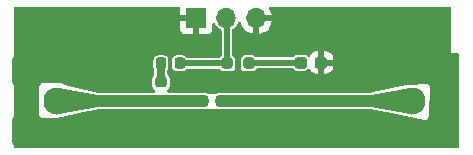
<source format=gbr>
%TF.GenerationSoftware,KiCad,Pcbnew,8.0.2*%
%TF.CreationDate,2025-01-04T01:45:43+01:00*%
%TF.ProjectId,biastee1,62696173-7465-4653-912e-6b696361645f,rev?*%
%TF.SameCoordinates,Original*%
%TF.FileFunction,Copper,L1,Top*%
%TF.FilePolarity,Positive*%
%FSLAX46Y46*%
G04 Gerber Fmt 4.6, Leading zero omitted, Abs format (unit mm)*
G04 Created by KiCad (PCBNEW 8.0.2) date 2025-01-04 01:45:43*
%MOMM*%
%LPD*%
G01*
G04 APERTURE LIST*
G04 Aperture macros list*
%AMRoundRect*
0 Rectangle with rounded corners*
0 $1 Rounding radius*
0 $2 $3 $4 $5 $6 $7 $8 $9 X,Y pos of 4 corners*
0 Add a 4 corners polygon primitive as box body*
4,1,4,$2,$3,$4,$5,$6,$7,$8,$9,$2,$3,0*
0 Add four circle primitives for the rounded corners*
1,1,$1+$1,$2,$3*
1,1,$1+$1,$4,$5*
1,1,$1+$1,$6,$7*
1,1,$1+$1,$8,$9*
0 Add four rect primitives between the rounded corners*
20,1,$1+$1,$2,$3,$4,$5,0*
20,1,$1+$1,$4,$5,$6,$7,0*
20,1,$1+$1,$6,$7,$8,$9,0*
20,1,$1+$1,$8,$9,$2,$3,0*%
G04 Aperture macros list end*
%TA.AperFunction,SMDPad,CuDef*%
%ADD10RoundRect,0.218750X0.218750X0.256250X-0.218750X0.256250X-0.218750X-0.256250X0.218750X-0.256250X0*%
%TD*%
%TA.AperFunction,SMDPad,CuDef*%
%ADD11RoundRect,0.218750X-0.256250X0.218750X-0.256250X-0.218750X0.256250X-0.218750X0.256250X0.218750X0*%
%TD*%
%TA.AperFunction,ComponentPad*%
%ADD12C,2.300000*%
%TD*%
%TA.AperFunction,ComponentPad*%
%ADD13RoundRect,0.250000X-1.000000X1.000000X-1.000000X-1.000000X1.000000X-1.000000X1.000000X1.000000X0*%
%TD*%
%TA.AperFunction,SMDPad,CuDef*%
%ADD14RoundRect,0.237500X0.250000X0.237500X-0.250000X0.237500X-0.250000X-0.237500X0.250000X-0.237500X0*%
%TD*%
%TA.AperFunction,ComponentPad*%
%ADD15RoundRect,0.250000X1.000000X-1.000000X1.000000X1.000000X-1.000000X1.000000X-1.000000X-1.000000X0*%
%TD*%
%TA.AperFunction,ComponentPad*%
%ADD16R,1.700000X1.700000*%
%TD*%
%TA.AperFunction,ComponentPad*%
%ADD17O,1.700000X1.700000*%
%TD*%
%TA.AperFunction,SMDPad,CuDef*%
%ADD18RoundRect,0.237500X0.287500X0.237500X-0.287500X0.237500X-0.287500X-0.237500X0.287500X-0.237500X0*%
%TD*%
%TA.AperFunction,SMDPad,CuDef*%
%ADD19RoundRect,0.225000X0.225000X0.250000X-0.225000X0.250000X-0.225000X-0.250000X0.225000X-0.250000X0*%
%TD*%
%TA.AperFunction,ViaPad*%
%ADD20C,0.600000*%
%TD*%
%TA.AperFunction,Conductor*%
%ADD21C,1.000000*%
%TD*%
%TA.AperFunction,Conductor*%
%ADD22C,0.700000*%
%TD*%
%TA.AperFunction,Conductor*%
%ADD23C,0.500000*%
%TD*%
%TA.AperFunction,Conductor*%
%ADD24C,0.200000*%
%TD*%
G04 APERTURE END LIST*
D10*
%TO.P,L2,1,1*%
%TO.N,Net-(J1-Pin_2)*%
X174997500Y-102800000D03*
%TO.P,L2,2,2*%
%TO.N,Net-(L1-Pad1)*%
X173422500Y-102800000D03*
%TD*%
D11*
%TO.P,L1,1,1*%
%TO.N,Net-(L1-Pad1)*%
X173430000Y-104412500D03*
%TO.P,L1,2,2*%
%TO.N,Net-(J2_rfdc1-In)*%
X173430000Y-105987500D03*
%TD*%
D12*
%TO.P,J1_rf1,1,In*%
%TO.N,Net-(J1_rf1-In)*%
X194650000Y-106000000D03*
D13*
%TO.P,J1_rf1,2,Ext*%
%TO.N,GND*%
X197190000Y-103460000D03*
X192110000Y-103460000D03*
X197190000Y-108540000D03*
X192110000Y-108540000D03*
%TD*%
D14*
%TO.P,R1,1*%
%TO.N,Net-(D1-A)*%
X180862500Y-102800000D03*
%TO.P,R1,2*%
%TO.N,Net-(J1-Pin_2)*%
X179037500Y-102800000D03*
%TD*%
D12*
%TO.P,J2_rfdc1,1,In*%
%TO.N,Net-(J2_rfdc1-In)*%
X164650000Y-106000000D03*
D15*
%TO.P,J2_rfdc1,2,Ext*%
%TO.N,GND*%
X162110000Y-108540000D03*
X167190000Y-108540000D03*
X162110000Y-103460000D03*
X167190000Y-103460000D03*
%TD*%
D16*
%TO.P,J1,1,Pin_1*%
%TO.N,GND*%
X176420000Y-99000000D03*
D17*
%TO.P,J1,2,Pin_2*%
%TO.N,Net-(J1-Pin_2)*%
X178960000Y-99000000D03*
%TO.P,J1,3,Pin_3*%
%TO.N,GND*%
X181500000Y-99000000D03*
%TD*%
D18*
%TO.P,LED,1,K*%
%TO.N,GND*%
X187000000Y-102750000D03*
%TO.P,LED,2,A*%
%TO.N,Net-(D1-A)*%
X185250000Y-102750000D03*
%TD*%
D19*
%TO.P,C1,1*%
%TO.N,Net-(J1_rf1-In)*%
X178500000Y-106000000D03*
%TO.P,C1,2*%
%TO.N,Net-(J2_rfdc1-In)*%
X176950000Y-106000000D03*
%TD*%
D20*
%TO.N,GND*%
X184900000Y-98500000D03*
X183800000Y-104900000D03*
X175600000Y-107100000D03*
X187000000Y-104900000D03*
X172600000Y-98400000D03*
X193300000Y-98500000D03*
X186800000Y-107100000D03*
X187700000Y-98500000D03*
X178800000Y-107100000D03*
X190000000Y-104900000D03*
X170800000Y-107100000D03*
X197500000Y-101300000D03*
X180400000Y-107100000D03*
X188400000Y-107100000D03*
X172400000Y-107100000D03*
X174000000Y-109600000D03*
X164630000Y-103460000D03*
X183500000Y-98500000D03*
X174600000Y-104900000D03*
X170800000Y-104900000D03*
X188400000Y-109600000D03*
X180400000Y-109600000D03*
X169400000Y-109600000D03*
X172400000Y-109600000D03*
X182200000Y-104900000D03*
X196100000Y-98500000D03*
X171200000Y-98400000D03*
X168400000Y-98400000D03*
X176000000Y-104900000D03*
X161400000Y-98400000D03*
X177500000Y-104900000D03*
X161400000Y-99800000D03*
X169800000Y-98400000D03*
X178800000Y-109600000D03*
X186800000Y-109600000D03*
X185200000Y-107100000D03*
X175600000Y-109600000D03*
X174000000Y-98400000D03*
X190000000Y-109600000D03*
X197500000Y-98500000D03*
X189100000Y-98500000D03*
X169400000Y-104900000D03*
X190500000Y-98500000D03*
X161400000Y-101200000D03*
X188600000Y-104900000D03*
X174000000Y-107100000D03*
X179000000Y-104900000D03*
X177200000Y-107100000D03*
X194700000Y-98500000D03*
X170800000Y-109600000D03*
X172300000Y-104900000D03*
X180600000Y-104900000D03*
X169400000Y-107100000D03*
X182000000Y-109600000D03*
X197500000Y-99900000D03*
X164600000Y-108540000D03*
X183600000Y-107100000D03*
X177200000Y-109600000D03*
X167000000Y-98400000D03*
X185400000Y-104900000D03*
X186300000Y-98500000D03*
X185200000Y-109600000D03*
X190000000Y-107100000D03*
X191900000Y-98500000D03*
X164200000Y-98400000D03*
X165600000Y-98400000D03*
X182000000Y-107100000D03*
X162800000Y-98400000D03*
X162110000Y-106000000D03*
X183600000Y-109600000D03*
%TD*%
D21*
%TO.N,Net-(J1_rf1-In)*%
X178500000Y-106000000D02*
X194650000Y-106000000D01*
%TO.N,Net-(J2_rfdc1-In)*%
X173430000Y-105987500D02*
X176937500Y-105987500D01*
X164650000Y-106000000D02*
X173417500Y-106000000D01*
X176937500Y-105987500D02*
X176950000Y-106000000D01*
X173417500Y-106000000D02*
X173430000Y-105987500D01*
%TO.N,GND*%
X162110000Y-108540000D02*
X167190000Y-108540000D01*
X162110000Y-103460000D02*
X167190000Y-103460000D01*
X162110000Y-103460000D02*
X162110000Y-108540000D01*
D22*
%TO.N,Net-(L1-Pad1)*%
X173422500Y-104392500D02*
X173430000Y-104400000D01*
X173422500Y-102800000D02*
X173422500Y-104392500D01*
D23*
%TO.N,Net-(J1-Pin_2)*%
X179000000Y-102500000D02*
X178700000Y-102800000D01*
X179000000Y-99040000D02*
X178960000Y-99000000D01*
D24*
X178960000Y-102460000D02*
X179000000Y-102500000D01*
D23*
X178700000Y-102800000D02*
X174997500Y-102800000D01*
X179000000Y-102500000D02*
X179000000Y-99040000D01*
%TO.N,Net-(D1-A)*%
X181075000Y-102750000D02*
X185000000Y-102750000D01*
%TD*%
%TA.AperFunction,Conductor*%
%TO.N,GND*%
G36*
X169199973Y-105299500D02*
G01*
X168160904Y-105299500D01*
X168134760Y-105296713D01*
X165609394Y-104752026D01*
X165591025Y-104746548D01*
X164950000Y-104500000D01*
X163100000Y-104500000D01*
X163100000Y-107450000D01*
X164649998Y-107450000D01*
X164650000Y-107450000D01*
X167245034Y-106856849D01*
X167251423Y-106855566D01*
X167840748Y-106753472D01*
X168130065Y-106703352D01*
X168130115Y-106703643D01*
X168155301Y-106700500D01*
X173486495Y-106700500D01*
X173537355Y-106690383D01*
X173561547Y-106688000D01*
X176805953Y-106688000D01*
X176830145Y-106690383D01*
X176881004Y-106700500D01*
X176881006Y-106700500D01*
X177018996Y-106700500D01*
X177097506Y-106684882D01*
X177132697Y-106677882D01*
X177156888Y-106675500D01*
X177208493Y-106675500D01*
X177279658Y-106664227D01*
X177308126Y-106659719D01*
X177308129Y-106659717D01*
X177317410Y-106656703D01*
X177318252Y-106659297D01*
X177356971Y-106650000D01*
X178093029Y-106650000D01*
X178131747Y-106659297D01*
X178132590Y-106656703D01*
X178141872Y-106659718D01*
X178141874Y-106659719D01*
X178158480Y-106662349D01*
X178241507Y-106675500D01*
X178241512Y-106675500D01*
X178293113Y-106675500D01*
X178317303Y-106677882D01*
X178343463Y-106683086D01*
X178431004Y-106700500D01*
X178431007Y-106700500D01*
X191144548Y-106700500D01*
X191168514Y-106703751D01*
X191168623Y-106703124D01*
X191174623Y-106704163D01*
X191174625Y-106704164D01*
X192450598Y-106925212D01*
X192455055Y-106926069D01*
X192950931Y-107030966D01*
X193749813Y-107199961D01*
X193749986Y-107199997D01*
X193750000Y-107200000D01*
X196150000Y-107700000D01*
X196192647Y-104288235D01*
X196150000Y-101900000D01*
X198000000Y-101937000D01*
X198527980Y-101947559D01*
X198594612Y-101968580D01*
X198639302Y-102022288D01*
X198649500Y-102071534D01*
X198649500Y-109875500D01*
X198629815Y-109942539D01*
X198577011Y-109988294D01*
X198525500Y-109999500D01*
X161124000Y-109999500D01*
X161056961Y-109979815D01*
X161011206Y-109927011D01*
X161000000Y-109875500D01*
X161000000Y-101600000D01*
X169000000Y-101600000D01*
X169199973Y-105299500D01*
G37*
%TD.AperFunction*%
%TD*%
%TA.AperFunction,Conductor*%
%TO.N,GND*%
G36*
X175013039Y-98020185D02*
G01*
X175058794Y-98072989D01*
X175070000Y-98124500D01*
X175070000Y-98750000D01*
X175986988Y-98750000D01*
X175954075Y-98807007D01*
X175920000Y-98934174D01*
X175920000Y-99065826D01*
X175954075Y-99192993D01*
X175986988Y-99250000D01*
X175070000Y-99250000D01*
X175070000Y-99897844D01*
X175076401Y-99957372D01*
X175076403Y-99957379D01*
X175126645Y-100092086D01*
X175126649Y-100092093D01*
X175212809Y-100207187D01*
X175212812Y-100207190D01*
X175327906Y-100293350D01*
X175327913Y-100293354D01*
X175462620Y-100343596D01*
X175462627Y-100343598D01*
X175522155Y-100349999D01*
X175522172Y-100350000D01*
X176170000Y-100350000D01*
X176170000Y-99433012D01*
X176227007Y-99465925D01*
X176354174Y-99500000D01*
X176485826Y-99500000D01*
X176612993Y-99465925D01*
X176670000Y-99433012D01*
X176670000Y-100350000D01*
X177317828Y-100350000D01*
X177317844Y-100349999D01*
X177377372Y-100343598D01*
X177377379Y-100343596D01*
X177512086Y-100293354D01*
X177512093Y-100293350D01*
X177627187Y-100207190D01*
X177627190Y-100207187D01*
X177713350Y-100092093D01*
X177713354Y-100092086D01*
X177763596Y-99957379D01*
X177763598Y-99957372D01*
X177769999Y-99897844D01*
X177770000Y-99897827D01*
X177770000Y-99497186D01*
X177789685Y-99430147D01*
X177842489Y-99384392D01*
X177911647Y-99374448D01*
X177975203Y-99403473D01*
X178003356Y-99438729D01*
X178082315Y-99586450D01*
X178082317Y-99586452D01*
X178213589Y-99746410D01*
X178310209Y-99825702D01*
X178373550Y-99877685D01*
X178483955Y-99936698D01*
X178533798Y-99985659D01*
X178549500Y-100046055D01*
X178549500Y-102131183D01*
X178529815Y-102198222D01*
X178499135Y-102230951D01*
X178474499Y-102249134D01*
X178474289Y-102249289D01*
X178437502Y-102299134D01*
X178381854Y-102341385D01*
X178337732Y-102349500D01*
X175662981Y-102349500D01*
X175595942Y-102329815D01*
X175562660Y-102298381D01*
X175559656Y-102294246D01*
X175465756Y-102200346D01*
X175465753Y-102200344D01*
X175465751Y-102200342D01*
X175347420Y-102140049D01*
X175347419Y-102140048D01*
X175347416Y-102140047D01*
X175347417Y-102140047D01*
X175249251Y-102124500D01*
X175249246Y-102124500D01*
X174745754Y-102124500D01*
X174745749Y-102124500D01*
X174647582Y-102140047D01*
X174568692Y-102180244D01*
X174529249Y-102200342D01*
X174529248Y-102200343D01*
X174529243Y-102200346D01*
X174435346Y-102294243D01*
X174435343Y-102294248D01*
X174435342Y-102294249D01*
X174429597Y-102305525D01*
X174375047Y-102412582D01*
X174359500Y-102510748D01*
X174359500Y-103089251D01*
X174375047Y-103187417D01*
X174385849Y-103208616D01*
X174435342Y-103305751D01*
X174435344Y-103305753D01*
X174435346Y-103305756D01*
X174529243Y-103399653D01*
X174529245Y-103399654D01*
X174529249Y-103399658D01*
X174647580Y-103459951D01*
X174647581Y-103459951D01*
X174647583Y-103459952D01*
X174647582Y-103459952D01*
X174745749Y-103475500D01*
X174745754Y-103475500D01*
X175249251Y-103475500D01*
X175347417Y-103459952D01*
X175347418Y-103459951D01*
X175347420Y-103459951D01*
X175465751Y-103399658D01*
X175559658Y-103305751D01*
X175559659Y-103305748D01*
X175562660Y-103301619D01*
X175617988Y-103258951D01*
X175662981Y-103250500D01*
X178337732Y-103250500D01*
X178404771Y-103270185D01*
X178437502Y-103300866D01*
X178441107Y-103305751D01*
X178474288Y-103350710D01*
X178474290Y-103350712D01*
X178580523Y-103429115D01*
X178580524Y-103429115D01*
X178580525Y-103429116D01*
X178705151Y-103472725D01*
X178705150Y-103472725D01*
X178734740Y-103475500D01*
X178734744Y-103475500D01*
X179340260Y-103475500D01*
X179369849Y-103472725D01*
X179494475Y-103429116D01*
X179600711Y-103350711D01*
X179679116Y-103244475D01*
X179722725Y-103119849D01*
X179725500Y-103090256D01*
X179725500Y-102509744D01*
X179725500Y-102509739D01*
X180174500Y-102509739D01*
X180174500Y-103090260D01*
X180177274Y-103119849D01*
X180220884Y-103244476D01*
X180299288Y-103350710D01*
X180299289Y-103350711D01*
X180405523Y-103429115D01*
X180405524Y-103429115D01*
X180405525Y-103429116D01*
X180530151Y-103472725D01*
X180530150Y-103472725D01*
X180559740Y-103475500D01*
X180559744Y-103475500D01*
X181165260Y-103475500D01*
X181194849Y-103472725D01*
X181319475Y-103429116D01*
X181425711Y-103350711D01*
X181470864Y-103289529D01*
X181499399Y-103250867D01*
X181555046Y-103208616D01*
X181599169Y-103200500D01*
X184512732Y-103200500D01*
X184579771Y-103220185D01*
X184612502Y-103250866D01*
X184649290Y-103300712D01*
X184755523Y-103379115D01*
X184755524Y-103379115D01*
X184755525Y-103379116D01*
X184880151Y-103422725D01*
X184880150Y-103422725D01*
X184909740Y-103425500D01*
X184909744Y-103425500D01*
X185590260Y-103425500D01*
X185619849Y-103422725D01*
X185744475Y-103379116D01*
X185850711Y-103300711D01*
X185850716Y-103300703D01*
X185856385Y-103295035D01*
X185917707Y-103261548D01*
X185987399Y-103266529D01*
X186043334Y-103308399D01*
X186049608Y-103317615D01*
X186130054Y-103448037D01*
X186251961Y-103569944D01*
X186251965Y-103569947D01*
X186398688Y-103660448D01*
X186398699Y-103660453D01*
X186562347Y-103714680D01*
X186663351Y-103724999D01*
X187250000Y-103724999D01*
X187336640Y-103724999D01*
X187336654Y-103724998D01*
X187437652Y-103714680D01*
X187601300Y-103660453D01*
X187601311Y-103660448D01*
X187748034Y-103569947D01*
X187748038Y-103569944D01*
X187869944Y-103448038D01*
X187869947Y-103448034D01*
X187960448Y-103301311D01*
X187960453Y-103301300D01*
X188014680Y-103137652D01*
X188024999Y-103036654D01*
X188025000Y-103036641D01*
X188025000Y-103000000D01*
X187250000Y-103000000D01*
X187250000Y-103724999D01*
X186663351Y-103724999D01*
X186750000Y-103724998D01*
X186750000Y-102500000D01*
X187250000Y-102500000D01*
X188024999Y-102500000D01*
X188024999Y-102463360D01*
X188024998Y-102463345D01*
X188014680Y-102362347D01*
X187960453Y-102198699D01*
X187960448Y-102198688D01*
X187869947Y-102051965D01*
X187869944Y-102051961D01*
X187748038Y-101930055D01*
X187748034Y-101930052D01*
X187601311Y-101839551D01*
X187601300Y-101839546D01*
X187437652Y-101785319D01*
X187336654Y-101775000D01*
X187250000Y-101775000D01*
X187250000Y-102500000D01*
X186750000Y-102500000D01*
X186750000Y-101775000D01*
X186749999Y-101774999D01*
X186663360Y-101775000D01*
X186663343Y-101775001D01*
X186562347Y-101785319D01*
X186398699Y-101839546D01*
X186398688Y-101839551D01*
X186251965Y-101930052D01*
X186251961Y-101930055D01*
X186130054Y-102051962D01*
X186049608Y-102182384D01*
X185997660Y-102229108D01*
X185928697Y-102240329D01*
X185864615Y-102212485D01*
X185856389Y-102204967D01*
X185850710Y-102199288D01*
X185744476Y-102120884D01*
X185619848Y-102077274D01*
X185619849Y-102077274D01*
X185590260Y-102074500D01*
X185590256Y-102074500D01*
X184909744Y-102074500D01*
X184909740Y-102074500D01*
X184880150Y-102077274D01*
X184755523Y-102120884D01*
X184649290Y-102199287D01*
X184612502Y-102249134D01*
X184556854Y-102291385D01*
X184512732Y-102299500D01*
X181525366Y-102299500D01*
X181458327Y-102279815D01*
X181432519Y-102255622D01*
X181432282Y-102255860D01*
X181425710Y-102249288D01*
X181319476Y-102170884D01*
X181194848Y-102127274D01*
X181194849Y-102127274D01*
X181165260Y-102124500D01*
X181165256Y-102124500D01*
X180559744Y-102124500D01*
X180559740Y-102124500D01*
X180530150Y-102127274D01*
X180405523Y-102170884D01*
X180299289Y-102249288D01*
X180299288Y-102249289D01*
X180220884Y-102355523D01*
X180177274Y-102480150D01*
X180174500Y-102509739D01*
X179725500Y-102509739D01*
X179724586Y-102500000D01*
X179722725Y-102480150D01*
X179679115Y-102355523D01*
X179600712Y-102249290D01*
X179600709Y-102249288D01*
X179550843Y-102212485D01*
X179500866Y-102175600D01*
X179458615Y-102119952D01*
X179450500Y-102075830D01*
X179450500Y-100003293D01*
X179470185Y-99936254D01*
X179516047Y-99893935D01*
X179546450Y-99877685D01*
X179706410Y-99746410D01*
X179837685Y-99586450D01*
X179935232Y-99403954D01*
X179955406Y-99337446D01*
X179993702Y-99279010D01*
X180057514Y-99250553D01*
X180126581Y-99261112D01*
X180178975Y-99307336D01*
X180193841Y-99341349D01*
X180226567Y-99463486D01*
X180226570Y-99463492D01*
X180326399Y-99677578D01*
X180461894Y-99871082D01*
X180628917Y-100038105D01*
X180822421Y-100173600D01*
X181036507Y-100273429D01*
X181036516Y-100273433D01*
X181250000Y-100330634D01*
X181250000Y-99433012D01*
X181307007Y-99465925D01*
X181434174Y-99500000D01*
X181565826Y-99500000D01*
X181692993Y-99465925D01*
X181750000Y-99433012D01*
X181750000Y-100330633D01*
X181963483Y-100273433D01*
X181963492Y-100273429D01*
X182177578Y-100173600D01*
X182371082Y-100038105D01*
X182538105Y-99871082D01*
X182673600Y-99677578D01*
X182773429Y-99463492D01*
X182773432Y-99463486D01*
X182830636Y-99250000D01*
X181933012Y-99250000D01*
X181965925Y-99192993D01*
X182000000Y-99065826D01*
X182000000Y-98934174D01*
X181965925Y-98807007D01*
X181933012Y-98750000D01*
X182830636Y-98750000D01*
X182830635Y-98749999D01*
X182773432Y-98536513D01*
X182773429Y-98536507D01*
X182673600Y-98322422D01*
X182673599Y-98322420D01*
X182584815Y-98195623D01*
X182562488Y-98129417D01*
X182579498Y-98061650D01*
X182630446Y-98013837D01*
X182686390Y-98000500D01*
X197876000Y-98000500D01*
X197943039Y-98020185D01*
X197988794Y-98072989D01*
X198000000Y-98124500D01*
X198000000Y-101586000D01*
X197995919Y-101599895D01*
X190200000Y-101400000D01*
X190150639Y-105299500D01*
X178431005Y-105299500D01*
X178358523Y-105313918D01*
X178317303Y-105322117D01*
X178293113Y-105324500D01*
X178241507Y-105324500D01*
X178141875Y-105340280D01*
X178141873Y-105340280D01*
X178093122Y-105365120D01*
X178037122Y-105378634D01*
X177416343Y-105380102D01*
X177359755Y-105366587D01*
X177308125Y-105340280D01*
X177208493Y-105324500D01*
X177208488Y-105324500D01*
X177192035Y-105324500D01*
X177147659Y-105315673D01*
X177147655Y-105315688D01*
X177147504Y-105315642D01*
X177144583Y-105315061D01*
X177141828Y-105313920D01*
X177141822Y-105313918D01*
X177006496Y-105287000D01*
X177006494Y-105287000D01*
X177006493Y-105287000D01*
X174049599Y-105287000D01*
X173982560Y-105267315D01*
X173936805Y-105214511D01*
X173926861Y-105145353D01*
X173955886Y-105081797D01*
X173974674Y-105064196D01*
X174056867Y-105001867D01*
X174143113Y-104888134D01*
X174143115Y-104888132D01*
X174195479Y-104755346D01*
X174205500Y-104671902D01*
X174205500Y-104153098D01*
X174195479Y-104069654D01*
X174143115Y-103936868D01*
X174086815Y-103862626D01*
X174056870Y-103823137D01*
X174056868Y-103823134D01*
X174037072Y-103808122D01*
X174022072Y-103796747D01*
X173980551Y-103740555D01*
X173973000Y-103697945D01*
X173973000Y-103358400D01*
X173986514Y-103302107D01*
X174044951Y-103187420D01*
X174044951Y-103187418D01*
X174044952Y-103187417D01*
X174060500Y-103089251D01*
X174060500Y-102510748D01*
X174044952Y-102412582D01*
X174044951Y-102412580D01*
X173984658Y-102294249D01*
X173984654Y-102294245D01*
X173984653Y-102294243D01*
X173890756Y-102200346D01*
X173890753Y-102200344D01*
X173890751Y-102200342D01*
X173772420Y-102140049D01*
X173772419Y-102140048D01*
X173772416Y-102140047D01*
X173772417Y-102140047D01*
X173674251Y-102124500D01*
X173674246Y-102124500D01*
X173170754Y-102124500D01*
X173170749Y-102124500D01*
X173072582Y-102140047D01*
X172993692Y-102180244D01*
X172954249Y-102200342D01*
X172954248Y-102200343D01*
X172954243Y-102200346D01*
X172860346Y-102294243D01*
X172860343Y-102294248D01*
X172860342Y-102294249D01*
X172854597Y-102305525D01*
X172800047Y-102412582D01*
X172784500Y-102510748D01*
X172784500Y-103089251D01*
X172800047Y-103187417D01*
X172810849Y-103208616D01*
X172858485Y-103302107D01*
X172872000Y-103358400D01*
X172872000Y-103709319D01*
X172852315Y-103776358D01*
X172822927Y-103808122D01*
X172803132Y-103823133D01*
X172716886Y-103936865D01*
X172664520Y-104069655D01*
X172664520Y-104069656D01*
X172654500Y-104153097D01*
X172654500Y-104671902D01*
X172664520Y-104755343D01*
X172664520Y-104755344D01*
X172716886Y-104888134D01*
X172803132Y-105001867D01*
X172901809Y-105076696D01*
X172943333Y-105132889D01*
X172947884Y-105202610D01*
X172914019Y-105263724D01*
X172852489Y-105296828D01*
X172826884Y-105299500D01*
X169199973Y-105299500D01*
X169000000Y-101600000D01*
X161003046Y-101600000D01*
X161000000Y-101586000D01*
X161000000Y-98124500D01*
X161019685Y-98057461D01*
X161072489Y-98011706D01*
X161124000Y-98000500D01*
X174946000Y-98000500D01*
X175013039Y-98020185D01*
G37*
%TD.AperFunction*%
%TD*%
%TA.AperFunction,Conductor*%
%TO.N,GND*%
G36*
X198000000Y-101600000D02*
G01*
X198000000Y-101937000D01*
X196150000Y-101900000D01*
X196192647Y-104288235D01*
X196189780Y-104517544D01*
X196189779Y-104517545D01*
X194150007Y-104649998D01*
X194149994Y-104650000D01*
X191384513Y-105259343D01*
X191378998Y-105260428D01*
X191169935Y-105296647D01*
X191169884Y-105296355D01*
X191144695Y-105299500D01*
X190150639Y-105299500D01*
X190200000Y-101400000D01*
X198000000Y-101600000D01*
G37*
%TD.AperFunction*%
%TD*%
%TA.AperFunction,Conductor*%
%TO.N,Net-(J1_rf1-In)*%
G36*
X194086794Y-105003372D02*
G01*
X194090241Y-105007182D01*
X194647750Y-105994246D01*
X194648835Y-106003135D01*
X194647750Y-106005754D01*
X194090241Y-106992817D01*
X194083189Y-106998335D01*
X194078057Y-106998591D01*
X191209703Y-106501680D01*
X191202136Y-106496892D01*
X191200000Y-106490152D01*
X191200000Y-105509847D01*
X191203427Y-105501574D01*
X191209703Y-105498319D01*
X194078057Y-105001408D01*
X194086794Y-105003372D01*
G37*
%TD.AperFunction*%
%TD*%
%TA.AperFunction,Conductor*%
%TO.N,Net-(J2_rfdc1-In)*%
G36*
X168090297Y-105498319D02*
G01*
X168097864Y-105503107D01*
X168100000Y-105509847D01*
X168100000Y-106490152D01*
X168096573Y-106498425D01*
X168090297Y-106501680D01*
X165221942Y-106998591D01*
X165213205Y-106996627D01*
X165209758Y-106992817D01*
X164931407Y-106500000D01*
X164652248Y-106005751D01*
X164651164Y-105996865D01*
X164652246Y-105994252D01*
X165209758Y-105007181D01*
X165216810Y-105001664D01*
X165221942Y-105001408D01*
X168090297Y-105498319D01*
G37*
%TD.AperFunction*%
%TD*%
M02*

</source>
